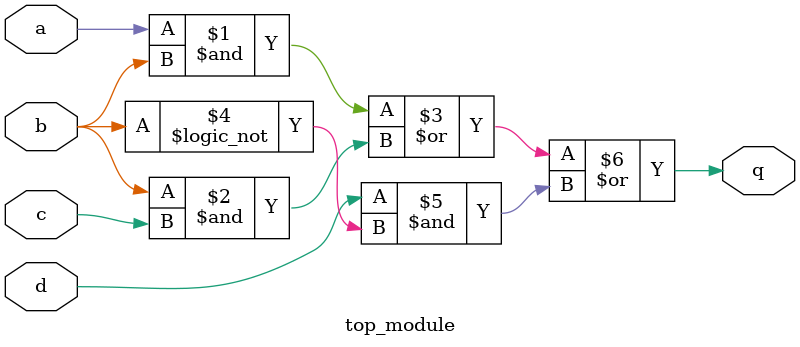
<source format=sv>
module top_module (
    input a, 
    input b, 
    input c, 
    input d, 
    output q
);
    assign q = (a & b) | (b & c) | (d & !b);
endmodule

</source>
